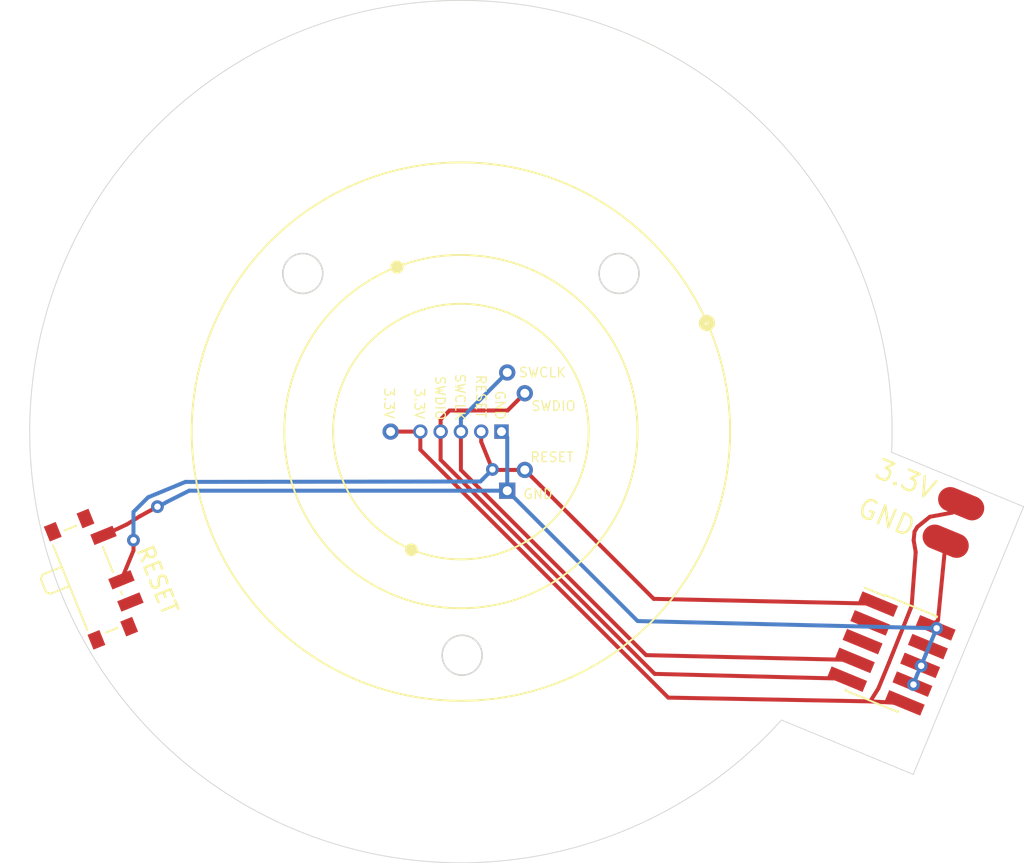
<source format=kicad_pcb>
(kicad_pcb (version 20171130) (host pcbnew "(5.1.9-0-10_14)")

  (general
    (thickness 1.6)
    (drawings 25)
    (tracks 71)
    (zones 0)
    (modules 5)
    (nets 9)
  )

  (page A4)
  (layers
    (0 F.Cu signal)
    (31 B.Cu signal)
    (32 B.Adhes user)
    (33 F.Adhes user)
    (34 B.Paste user)
    (35 F.Paste user)
    (36 B.SilkS user)
    (37 F.SilkS user)
    (38 B.Mask user)
    (39 F.Mask user)
    (40 Dwgs.User user hide)
    (41 Cmts.User user)
    (42 Eco1.User user)
    (43 Eco2.User user)
    (44 Edge.Cuts user)
    (45 Margin user hide)
    (46 B.CrtYd user)
    (47 F.CrtYd user)
    (48 B.Fab user)
    (49 F.Fab user)
  )

  (setup
    (last_trace_width 0.25)
    (trace_clearance 0.2)
    (zone_clearance 0.508)
    (zone_45_only no)
    (trace_min 0.2)
    (via_size 0.8)
    (via_drill 0.4)
    (via_min_size 0.4)
    (via_min_drill 0.3)
    (uvia_size 0.3)
    (uvia_drill 0.1)
    (uvias_allowed no)
    (uvia_min_size 0.2)
    (uvia_min_drill 0.1)
    (edge_width 0.05)
    (segment_width 0.2)
    (pcb_text_width 0.3)
    (pcb_text_size 1.5 1.5)
    (mod_edge_width 0.12)
    (mod_text_size 1 1)
    (mod_text_width 0.15)
    (pad_size 1.524 2.999999)
    (pad_drill 0)
    (pad_to_mask_clearance 0)
    (aux_axis_origin 0 0)
    (visible_elements FFFFFF7F)
    (pcbplotparams
      (layerselection 0x010fc_ffffffff)
      (usegerberextensions false)
      (usegerberattributes true)
      (usegerberadvancedattributes true)
      (creategerberjobfile true)
      (excludeedgelayer true)
      (linewidth 0.100000)
      (plotframeref false)
      (viasonmask false)
      (mode 1)
      (useauxorigin false)
      (hpglpennumber 1)
      (hpglpenspeed 20)
      (hpglpendiameter 15.000000)
      (psnegative false)
      (psa4output false)
      (plotreference true)
      (plotvalue true)
      (plotinvisibletext false)
      (padsonsilk false)
      (subtractmaskfromsilk false)
      (outputformat 1)
      (mirror false)
      (drillshape 1)
      (scaleselection 1)
      (outputdirectory ""))
  )

  (net 0 "")
  (net 1 +3V3)
  (net 2 /SWDIO)
  (net 3 /SWCLK)
  (net 4 /RESET)
  (net 5 GND)
  (net 6 "Net-(SWD1-Pad5)")
  (net 7 "Net-(SWD1-Pad4)")
  (net 8 "Net-(SWD1-Pad3)")

  (net_class Default "This is the default net class."
    (clearance 0.2)
    (trace_width 0.25)
    (via_dia 0.8)
    (via_drill 0.4)
    (uvia_dia 0.3)
    (uvia_drill 0.1)
    (add_net +3V3)
    (add_net /RESET)
    (add_net /SWCLK)
    (add_net /SWDIO)
    (add_net GND)
    (add_net "Net-(SWD1-Pad3)")
    (add_net "Net-(SWD1-Pad4)")
    (add_net "Net-(SWD1-Pad5)")
  )

  (module Connector_PinHeader_1.27mm:PinHeader_2x05_P1.27mm_Vertical_SMD (layer F.Cu) (tedit 59FED6E3) (tstamp 6027BBF9)
    (at 126.9492 113.8936 337.6)
    (descr "surface-mounted straight pin header, 2x05, 1.27mm pitch, double rows")
    (tags "Surface mounted pin header SMD 2x05 1.27mm double row")
    (path /602AB4EE)
    (attr smd)
    (fp_text reference SWD1 (at 0 -4.235 157.6) (layer F.SilkS) hide
      (effects (font (size 1 1) (thickness 0.15)))
    )
    (fp_text value Conn_02x05_Top_Bottom (at 0 4.235 157.6) (layer F.Fab)
      (effects (font (size 1 1) (thickness 0.15)))
    )
    (fp_line (start 4.3 -3.7) (end -4.3 -3.7) (layer F.CrtYd) (width 0.05))
    (fp_line (start 4.3 3.7) (end 4.3 -3.7) (layer F.CrtYd) (width 0.05))
    (fp_line (start -4.3 3.7) (end 4.3 3.7) (layer F.CrtYd) (width 0.05))
    (fp_line (start -4.3 -3.7) (end -4.3 3.7) (layer F.CrtYd) (width 0.05))
    (fp_line (start 1.765 3.17) (end 1.765 3.235) (layer F.SilkS) (width 0.12))
    (fp_line (start -1.765 3.17) (end -1.765 3.235) (layer F.SilkS) (width 0.12))
    (fp_line (start 1.765 -3.235) (end 1.765 -3.17) (layer F.SilkS) (width 0.12))
    (fp_line (start -1.765 -3.235) (end -1.765 -3.17) (layer F.SilkS) (width 0.12))
    (fp_line (start -3.09 -3.17) (end -1.765 -3.17) (layer F.SilkS) (width 0.12))
    (fp_line (start -1.765 3.235) (end 1.765 3.235) (layer F.SilkS) (width 0.12))
    (fp_line (start -1.765 -3.235) (end 1.765 -3.235) (layer F.SilkS) (width 0.12))
    (fp_line (start 2.75 2.74) (end 1.705 2.74) (layer F.Fab) (width 0.1))
    (fp_line (start 2.75 2.34) (end 2.75 2.74) (layer F.Fab) (width 0.1))
    (fp_line (start 1.705 2.34) (end 2.75 2.34) (layer F.Fab) (width 0.1))
    (fp_line (start -2.75 2.74) (end -1.705 2.74) (layer F.Fab) (width 0.1))
    (fp_line (start -2.75 2.34) (end -2.75 2.74) (layer F.Fab) (width 0.1))
    (fp_line (start -1.705 2.34) (end -2.75 2.34) (layer F.Fab) (width 0.1))
    (fp_line (start 2.75 1.47) (end 1.705 1.47) (layer F.Fab) (width 0.1))
    (fp_line (start 2.75 1.07) (end 2.75 1.47) (layer F.Fab) (width 0.1))
    (fp_line (start 1.705 1.07) (end 2.75 1.07) (layer F.Fab) (width 0.1))
    (fp_line (start -2.75 1.47) (end -1.705 1.47) (layer F.Fab) (width 0.1))
    (fp_line (start -2.75 1.07) (end -2.75 1.47) (layer F.Fab) (width 0.1))
    (fp_line (start -1.705 1.07) (end -2.75 1.07) (layer F.Fab) (width 0.1))
    (fp_line (start 2.75 0.2) (end 1.705 0.2) (layer F.Fab) (width 0.1))
    (fp_line (start 2.75 -0.2) (end 2.75 0.2) (layer F.Fab) (width 0.1))
    (fp_line (start 1.705 -0.2) (end 2.75 -0.2) (layer F.Fab) (width 0.1))
    (fp_line (start -2.75 0.2) (end -1.705 0.2) (layer F.Fab) (width 0.1))
    (fp_line (start -2.75 -0.2) (end -2.75 0.2) (layer F.Fab) (width 0.1))
    (fp_line (start -1.705 -0.2) (end -2.75 -0.2) (layer F.Fab) (width 0.1))
    (fp_line (start 2.75 -1.07) (end 1.705 -1.07) (layer F.Fab) (width 0.1))
    (fp_line (start 2.75 -1.47) (end 2.75 -1.07) (layer F.Fab) (width 0.1))
    (fp_line (start 1.705 -1.47) (end 2.75 -1.47) (layer F.Fab) (width 0.1))
    (fp_line (start -2.75 -1.07) (end -1.705 -1.07) (layer F.Fab) (width 0.1))
    (fp_line (start -2.75 -1.47) (end -2.75 -1.07) (layer F.Fab) (width 0.1))
    (fp_line (start -1.705 -1.47) (end -2.75 -1.47) (layer F.Fab) (width 0.1))
    (fp_line (start 2.75 -2.34) (end 1.705 -2.34) (layer F.Fab) (width 0.1))
    (fp_line (start 2.75 -2.74) (end 2.75 -2.34) (layer F.Fab) (width 0.1))
    (fp_line (start 1.705 -2.74) (end 2.75 -2.74) (layer F.Fab) (width 0.1))
    (fp_line (start -2.75 -2.34) (end -1.705 -2.34) (layer F.Fab) (width 0.1))
    (fp_line (start -2.75 -2.74) (end -2.75 -2.34) (layer F.Fab) (width 0.1))
    (fp_line (start -1.705 -2.74) (end -2.75 -2.74) (layer F.Fab) (width 0.1))
    (fp_line (start 1.705 -3.175) (end 1.705 3.175) (layer F.Fab) (width 0.1))
    (fp_line (start -1.705 -2.74) (end -1.27 -3.175) (layer F.Fab) (width 0.1))
    (fp_line (start -1.705 3.175) (end -1.705 -2.74) (layer F.Fab) (width 0.1))
    (fp_line (start -1.27 -3.175) (end 1.705 -3.175) (layer F.Fab) (width 0.1))
    (fp_line (start 1.705 3.175) (end -1.705 3.175) (layer F.Fab) (width 0.1))
    (fp_text user %R (at 0 0 67.6) (layer F.Fab)
      (effects (font (size 1 1) (thickness 0.15)))
    )
    (pad 10 smd rect (at 1.95 2.54 337.6) (size 2.4 0.74) (layers F.Cu F.Paste F.Mask)
      (net 1 +3V3))
    (pad 9 smd rect (at -1.95 2.54 337.6) (size 2.4 0.74) (layers F.Cu F.Paste F.Mask)
      (net 2 /SWDIO))
    (pad 8 smd rect (at 1.95 1.27 337.6) (size 2.4 0.74) (layers F.Cu F.Paste F.Mask)
      (net 5 GND))
    (pad 7 smd rect (at -1.95 1.27 337.6) (size 2.4 0.74) (layers F.Cu F.Paste F.Mask)
      (net 3 /SWCLK))
    (pad 6 smd rect (at 1.95 0 337.6) (size 2.4 0.74) (layers F.Cu F.Paste F.Mask)
      (net 5 GND))
    (pad 5 smd rect (at -1.95 0 337.6) (size 2.4 0.74) (layers F.Cu F.Paste F.Mask)
      (net 6 "Net-(SWD1-Pad5)"))
    (pad 4 smd rect (at 1.95 -1.27 337.6) (size 2.4 0.74) (layers F.Cu F.Paste F.Mask)
      (net 7 "Net-(SWD1-Pad4)"))
    (pad 3 smd rect (at -1.95 -1.27 337.6) (size 2.4 0.74) (layers F.Cu F.Paste F.Mask)
      (net 8 "Net-(SWD1-Pad3)"))
    (pad 2 smd rect (at 1.95 -2.54 337.6) (size 2.4 0.74) (layers F.Cu F.Paste F.Mask)
      (net 5 GND))
    (pad 1 smd rect (at -1.95 -2.54 337.6) (size 2.4 0.74) (layers F.Cu F.Paste F.Mask)
      (net 4 /RESET))
    (model ${KISYS3DMOD}/Connector_PinHeader_1.27mm.3dshapes/PinHeader_2x05_P1.27mm_Vertical_SMD.wrl
      (at (xyz 0 0 0))
      (scale (xyz 1 1 1))
      (rotate (xyz 0 0 0))
    )
  )

  (module Pad_SMD:Pad_SMD_01x02 (layer F.Cu) (tedit 5E31F1E4) (tstamp 6027C65C)
    (at 130.8354 105.6894 247.6)
    (path /6027DF78)
    (fp_text reference JP1 (at 0 -2.54 67.6) (layer F.SilkS) hide
      (effects (font (size 1 1) (thickness 0.15)))
    )
    (fp_text value Conn_01x02_Female (at 0 2.54 67.6) (layer F.Fab) hide
      (effects (font (size 1 1) (thickness 0.15)))
    )
    (pad 1 smd oval (at -1.27 0 247.6) (size 1.524 2.999999) (layers F.Cu F.Paste F.Mask)
      (net 1 +3V3))
    (pad 2 smd oval (at 1.27 0 247.6) (size 1.524 2.999999) (layers F.Cu F.Paste F.Mask)
      (net 5 GND))
  )

  (module earthvenusmars:programmer_pins_v2 (layer F.Cu) (tedit 60274780) (tstamp 602688D7)
    (at 100 100)
    (path /60294536)
    (fp_text reference J2 (at 0.7 0.05) (layer F.SilkS) hide
      (effects (font (size 0.8 0.8) (thickness 0.1)))
    )
    (fp_text value "v2 programmer" (at -3.64 -2.27 180) (layer B.Fab) hide
      (effects (font (size 0.8 0.8) (thickness 0.1)))
    )
    (fp_text user 3.3V (at -4.496 -1.7782 -90 unlocked) (layer F.SilkS)
      (effects (font (size 0.6 0.6) (thickness 0.08)))
    )
    (fp_text user SWDIO (at 5.8 -1.6) (layer F.SilkS)
      (effects (font (size 0.6 0.6) (thickness 0.08)))
    )
    (fp_text user SWCLK (at 5.1 -3.7) (layer F.SilkS)
      (effects (font (size 0.6 0.6) (thickness 0.08)))
    )
    (fp_text user RESET (at 5.7 1.6) (layer F.SilkS)
      (effects (font (size 0.6 0.6) (thickness 0.08)))
    )
    (fp_text user GND (at 4.8258 3.9114) (layer F.SilkS)
      (effects (font (size 0.6 0.6) (thickness 0.08)))
    )
    (pad 5 thru_hole rect (at 2.9 3.7) (size 1.016 1.016) (drill 0.5588) (layers *.Cu *.Mask)
      (net 5 GND))
    (pad 4 thru_hole circle (at 4 2.4) (size 1.016 1.016) (drill 0.5588) (layers *.Cu *.Mask)
      (net 4 /RESET))
    (pad 3 thru_hole circle (at 2.9 -3.7) (size 1.016 1.016) (drill 0.5588) (layers *.Cu *.Mask)
      (net 3 /SWCLK))
    (pad 2 thru_hole circle (at 4 -2.4) (size 1.016 1.016) (drill 0.5588) (layers *.Cu *.Mask)
      (net 2 /SWDIO))
    (pad 1 thru_hole circle (at -4.4 0) (size 1.016 1.016) (drill 0.5588) (layers *.Cu *.Mask)
      (net 1 +3V3))
  )

  (module earthvenusmars:programmer_pins_v1 (layer F.Cu) (tedit 6027477D) (tstamp 602684F1)
    (at 100 100)
    (path /60290B8D)
    (fp_text reference J1 (at 0.25 1.4) (layer F.SilkS) hide
      (effects (font (size 0.762 0.762) (thickness 0.1016)))
    )
    (fp_text value "v1 programmer" (at -2.4386 1.2698 180) (layer F.Fab) hide
      (effects (font (size 0.8 0.8) (thickness 0.1)))
    )
    (fp_text user 3.3V (at -2.6 -1.75 -90 unlocked) (layer F.SilkS)
      (effects (font (size 0.6 0.6) (thickness 0.08)))
    )
    (fp_text user SWDIO (at -1.3 -2.1 -90 unlocked) (layer F.SilkS)
      (effects (font (size 0.6 0.6) (thickness 0.08)))
    )
    (fp_text user SWCLK (at -0.05 -2.15 -90 unlocked) (layer F.SilkS)
      (effects (font (size 0.6 0.6) (thickness 0.08)))
    )
    (fp_text user RESET (at 1.25 -2.2 -90 unlocked) (layer F.SilkS)
      (effects (font (size 0.6 0.6) (thickness 0.08)))
    )
    (fp_text user GND (at 2.45 -1.65 -90 unlocked) (layer F.SilkS)
      (effects (font (size 0.6 0.6) (thickness 0.08)))
    )
    (pad 1 thru_hole circle (at -2.54 0) (size 0.9 0.9) (drill 0.5588) (layers *.Cu *.Mask)
      (net 1 +3V3))
    (pad 2 thru_hole circle (at -1.27 0) (size 0.9 0.9) (drill 0.5588) (layers *.Cu *.Mask)
      (net 2 /SWDIO))
    (pad 3 thru_hole circle (at 0 0) (size 0.9 0.9) (drill 0.5588) (layers *.Cu *.Mask)
      (net 3 /SWCLK))
    (pad 4 thru_hole circle (at 1.27 0) (size 0.9 0.9) (drill 0.5588) (layers *.Cu *.Mask)
      (net 4 /RESET))
    (pad 5 thru_hole rect (at 2.54 0) (size 0.9 0.9) (drill 0.5588) (layers *.Cu *.Mask)
      (net 5 GND))
  )

  (module Button_Switch_SMD:SW_SPDT_PCM12 (layer F.Cu) (tedit 5A02FC95) (tstamp 6026B5DA)
    (at 77.1398 109.1184 292)
    (descr "Ultraminiature Surface Mount Slide Switch, right-angle, https://www.ckswitches.com/media/1424/pcm.pdf")
    (path /602D0474)
    (attr smd)
    (fp_text reference RESET (at 1.614433 -3.511087 112) (layer F.SilkS)
      (effects (font (size 1 1) (thickness 0.15)))
    )
    (fp_text value SW_SPST (at 0 4.25 112) (layer F.Fab)
      (effects (font (size 1 1) (thickness 0.15)))
    )
    (fp_line (start 3.45 0.72) (end 3.45 -0.07) (layer F.SilkS) (width 0.12))
    (fp_line (start -3.45 -0.07) (end -3.45 0.72) (layer F.SilkS) (width 0.12))
    (fp_line (start -1.6 -1.12) (end 0.1 -1.12) (layer F.SilkS) (width 0.12))
    (fp_line (start -2.85 1.73) (end 2.85 1.73) (layer F.SilkS) (width 0.12))
    (fp_line (start -0.1 3.02) (end -0.1 1.73) (layer F.SilkS) (width 0.12))
    (fp_line (start -1.2 3.23) (end -0.3 3.23) (layer F.SilkS) (width 0.12))
    (fp_line (start -1.4 1.73) (end -1.4 3.02) (layer F.SilkS) (width 0.12))
    (fp_line (start -0.1 3.02) (end -0.3 3.23) (layer F.SilkS) (width 0.12))
    (fp_line (start -1.4 3.02) (end -1.2 3.23) (layer F.SilkS) (width 0.12))
    (fp_line (start -4.4 2.1) (end -4.4 -2.45) (layer F.CrtYd) (width 0.05))
    (fp_line (start -1.65 2.1) (end -4.4 2.1) (layer F.CrtYd) (width 0.05))
    (fp_line (start -1.65 3.4) (end -1.65 2.1) (layer F.CrtYd) (width 0.05))
    (fp_line (start 1.65 3.4) (end -1.65 3.4) (layer F.CrtYd) (width 0.05))
    (fp_line (start 1.65 2.1) (end 1.65 3.4) (layer F.CrtYd) (width 0.05))
    (fp_line (start 4.4 2.1) (end 1.65 2.1) (layer F.CrtYd) (width 0.05))
    (fp_line (start 4.4 -2.45) (end 4.4 2.1) (layer F.CrtYd) (width 0.05))
    (fp_line (start -4.4 -2.45) (end 4.4 -2.45) (layer F.CrtYd) (width 0.05))
    (fp_line (start 1.4 -1.12) (end 1.6 -1.12) (layer F.SilkS) (width 0.12))
    (fp_line (start 3.35 -1) (end -3.35 -1) (layer F.Fab) (width 0.1))
    (fp_line (start 3.35 1.6) (end 3.35 -1) (layer F.Fab) (width 0.1))
    (fp_line (start -3.35 1.6) (end 3.35 1.6) (layer F.Fab) (width 0.1))
    (fp_line (start -3.35 -1) (end -3.35 1.6) (layer F.Fab) (width 0.1))
    (fp_line (start -0.1 2.9) (end -0.1 1.6) (layer F.Fab) (width 0.1))
    (fp_line (start -0.15 2.95) (end -0.1 2.9) (layer F.Fab) (width 0.1))
    (fp_line (start -0.35 3.15) (end -0.15 2.95) (layer F.Fab) (width 0.1))
    (fp_line (start -1.2 3.15) (end -0.35 3.15) (layer F.Fab) (width 0.1))
    (fp_line (start -1.4 2.95) (end -1.2 3.15) (layer F.Fab) (width 0.1))
    (fp_line (start -1.4 1.65) (end -1.4 2.95) (layer F.Fab) (width 0.1))
    (fp_text user %R (at 0 -3.2 112) (layer F.Fab) hide
      (effects (font (size 1 1) (thickness 0.15)))
    )
    (pad "" np_thru_hole circle (at -1.5 0.33 292) (size 0.9 0.9) (drill 0.9) (layers *.Cu *.Mask))
    (pad "" np_thru_hole circle (at 1.5 0.33 292) (size 0.9 0.9) (drill 0.9) (layers *.Cu *.Mask))
    (pad 1 smd rect (at -2.25 -1.43 292) (size 0.7 1.5) (layers F.Cu F.Paste F.Mask)
      (net 5 GND))
    (pad 2 smd rect (at 0.75 -1.43 292) (size 0.7 1.5) (layers F.Cu F.Paste F.Mask)
      (net 4 /RESET))
    (pad 3 smd rect (at 2.25 -1.43 292) (size 0.7 1.5) (layers F.Cu F.Paste F.Mask))
    (pad "" smd rect (at -3.65 1.43 292) (size 1 0.8) (layers F.Cu F.Paste F.Mask))
    (pad "" smd rect (at 3.65 1.43 292) (size 1 0.8) (layers F.Cu F.Paste F.Mask))
    (pad "" smd rect (at 3.65 -0.78 292) (size 1 0.8) (layers F.Cu F.Paste F.Mask))
    (pad "" smd rect (at -3.65 -0.78 292) (size 1 0.8) (layers F.Cu F.Paste F.Mask))
    (model ${KISYS3DMOD}/Button_Switch_SMD.3dshapes/SW_SPDT_PCM12.wrl
      (at (xyz 0 0 0))
      (scale (xyz 1 1 1))
      (rotate (xyz 0 0 0))
    )
  )

  (gr_circle (center 115.4 93.2) (end 115.512 93.2) (layer F.SilkS) (width 0.4) (tstamp 60290E1F))
  (gr_circle (center 96 89.7) (end 96.2106 89.7) (layer F.SilkS) (width 0.4) (tstamp 60290E1F))
  (gr_circle (center 96.9 107.4) (end 97.1 107.4) (layer F.SilkS) (width 0.4))
  (gr_circle (center 100 100) (end 116.856113 100) (layer F.SilkS) (width 0.12))
  (gr_circle (center 100 100) (end 111.059976 100) (layer F.SilkS) (width 0.12))
  (gr_circle (center 100 100) (end 108 100) (layer F.SilkS) (width 0.12))
  (gr_text 3.3V (at 127.8382 102.997 -22.4) (layer F.SilkS) (tstamp 60276747)
    (effects (font (size 1.2 1.2) (thickness 0.15)))
  )
  (gr_text GND (at 126.6444 105.3592 -22.4) (layer F.SilkS)
    (effects (font (size 1.2 1.2) (thickness 0.15)))
  )
  (gr_line (start 128.3208 121.4628) (end 135.2296 104.6988) (layer Edge.Cuts) (width 0.05))
  (gr_circle (center 100 100) (end 124 100) (layer Dwgs.User) (width 0.1))
  (gr_line (start 99.949 99.949) (end 157.9372 123.7996) (layer Dwgs.User) (width 0.15))
  (gr_line (start 126.964694 101.294724) (end 135.2296 104.6988) (layer Edge.Cuts) (width 0.05))
  (gr_line (start 120.0658 118.0592) (end 128.3208 121.4628) (layer Edge.Cuts) (width 0.05) (tstamp 6027BF70))
  (gr_arc (start 100 100) (end 120.0658 118.0592) (angle 320.7617956) (layer Edge.Cuts) (width 0.05))
  (gr_circle (center 109.9 90.1) (end 111.15 90.1) (layer Edge.Cuts) (width 0.1) (tstamp 6027B837))
  (gr_circle (center 90.1 90.1) (end 91.35 90.1) (layer Edge.Cuts) (width 0.1) (tstamp 6027B834))
  (gr_circle (center 100.076 114) (end 101.326 114) (layer Edge.Cuts) (width 0.1))
  (gr_circle (center 100 100) (end 107 100) (layer Margin) (width 0.02))
  (gr_line (start 100.254 100) (end 76.2 102.997) (layer Margin) (width 0.15) (tstamp 60274F20))
  (gr_line (start 100 100) (end 81.153 114.681) (layer Margin) (width 0.15) (tstamp 60274F36))
  (gr_line (start 100 100) (end 159.5374 107.2896) (layer Margin) (width 0.15))
  (gr_line (start 100 100) (end 137.1092 128.8288) (layer Margin) (width 0.15))
  (gr_line (start 100 100) (end 90.932 115.57) (layer Margin) (width 0.15))
  (gr_line (start 100 100) (end 120.5738 135.5852) (layer Margin) (width 0.15))
  (gr_circle (center 100 100) (end 120 100) (layer Margin) (width 0.08))

  (segment (start 95.6 100) (end 97.46 100) (width 0.25) (layer F.Cu) (net 1))
  (segment (start 126.1364 116.078) (end 125.6284 116.8908) (width 0.25) (layer F.Cu) (net 1))
  (segment (start 126.7968 114.4778) (end 126.1364 116.078) (width 0.25) (layer F.Cu) (net 1))
  (segment (start 128.2192 110.9218) (end 126.7968 114.4778) (width 0.25) (layer F.Cu) (net 1))
  (segment (start 128.4732 107.5436) (end 128.2192 110.9218) (width 0.25) (layer F.Cu) (net 1))
  (segment (start 128.3462 106.807) (end 128.4732 107.5436) (width 0.25) (layer F.Cu) (net 1))
  (segment (start 128.5748 105.9688) (end 128.397 106.2736) (width 0.25) (layer F.Cu) (net 1))
  (segment (start 129.3622 105.3338) (end 128.5748 105.9688) (width 0.25) (layer F.Cu) (net 1))
  (segment (start 131.319359 104.515227) (end 130.760559 105.074027) (width 0.25) (layer F.Cu) (net 1))
  (segment (start 130.760559 105.074027) (end 129.3622 105.3338) (width 0.25) (layer F.Cu) (net 1))
  (segment (start 128.397 106.2736) (end 128.3462 106.807) (width 0.25) (layer F.Cu) (net 1))
  (segment (start 112.98101 116.654834) (end 97.46 101.133824) (width 0.25) (layer F.Cu) (net 1))
  (segment (start 97.46 101.133824) (end 97.46 100) (width 0.25) (layer F.Cu) (net 1))
  (segment (start 125.6284 116.8908) (end 112.98101 116.654834) (width 0.25) (layer F.Cu) (net 1))
  (segment (start 127.848864 117.011709) (end 125.6284 116.8908) (width 0.25) (layer F.Cu) (net 1))
  (segment (start 98.73 100) (end 98.73 99.237158) (width 0.25) (layer F.Cu) (net 2))
  (segment (start 98.73 99.237158) (end 99.288158 98.679) (width 0.25) (layer F.Cu) (net 2))
  (segment (start 102.921 98.679) (end 104 97.6) (width 0.25) (layer F.Cu) (net 2))
  (segment (start 99.288158 98.679) (end 102.921 98.679) (width 0.25) (layer F.Cu) (net 2))
  (segment (start 112.131247 115.16866) (end 98.73 101.767413) (width 0.25) (layer F.Cu) (net 2))
  (segment (start 98.73 101.767413) (end 98.73 100) (width 0.25) (layer F.Cu) (net 2))
  (segment (start 124.113698 115.472185) (end 112.131247 115.16866) (width 0.25) (layer F.Cu) (net 2))
  (segment (start 100 100) (end 100 102.401002) (width 0.25) (layer F.Cu) (net 3))
  (segment (start 109.086299 111.487301) (end 109.181913 111.582915) (width 0.25) (layer F.Cu) (net 3))
  (segment (start 100 102.401002) (end 109.086299 111.487301) (width 0.25) (layer F.Cu) (net 3))
  (segment (start 111.593484 113.994486) (end 109.086299 111.487301) (width 0.25) (layer F.Cu) (net 3))
  (segment (start 124.597658 114.298011) (end 111.593484 113.994486) (width 0.25) (layer F.Cu) (net 3))
  (segment (start 100 99.2) (end 102.9 96.3) (width 0.25) (layer B.Cu) (net 3))
  (segment (start 100 100) (end 100 99.2) (width 0.25) (layer B.Cu) (net 3))
  (segment (start 103.033604 102.4) (end 104 102.4) (width 0.25) (layer F.Cu) (net 4))
  (via (at 101.97316 102.36984) (size 0.8) (drill 0.4) (layers F.Cu B.Cu) (net 4))
  (segment (start 103.033604 102.4) (end 102.00332 102.4) (width 0.25) (layer F.Cu) (net 4))
  (segment (start 102.00332 102.4) (end 101.97316 102.36984) (width 0.25) (layer F.Cu) (net 4))
  (segment (start 101.346 102.997) (end 101.97316 102.36984) (width 0.25) (layer B.Cu) (net 4))
  (segment (start 82.7532 103.1494) (end 101.219 103.124) (width 0.25) (layer B.Cu) (net 4))
  (segment (start 101.219 103.124) (end 101.346 102.997) (width 0.25) (layer B.Cu) (net 4))
  (segment (start 80.4164 104.1146) (end 82.7532 103.1494) (width 0.25) (layer B.Cu) (net 4))
  (segment (start 79.502 107.442) (end 78.746628 109.2781) (width 0.25) (layer F.Cu) (net 4))
  (segment (start 112.071966 110.471966) (end 104 102.4) (width 0.25) (layer F.Cu) (net 4))
  (segment (start 126.049536 110.775491) (end 112.071966 110.471966) (width 0.25) (layer F.Cu) (net 4))
  (segment (start 101.27 100.636396) (end 101.97316 102.36984) (width 0.25) (layer F.Cu) (net 4))
  (segment (start 101.27 100) (end 101.27 100.636396) (width 0.25) (layer F.Cu) (net 4))
  (via (at 79.5 106.8) (size 0.8) (drill 0.4) (layers F.Cu B.Cu) (net 4))
  (segment (start 79.502 106.802) (end 79.5 106.8) (width 0.25) (layer F.Cu) (net 4))
  (segment (start 79.502 107.442) (end 79.502 106.802) (width 0.25) (layer F.Cu) (net 4))
  (segment (start 79.5 105.031) (end 80.4164 104.1146) (width 0.25) (layer B.Cu) (net 4))
  (segment (start 79.5 106.8) (end 79.5 105.031) (width 0.25) (layer B.Cu) (net 4))
  (segment (start 103.314001 104.114001) (end 102.9 103.7) (width 0.25) (layer B.Cu) (net 5))
  (segment (start 102.9 100.36) (end 102.9 103.7) (width 0.25) (layer B.Cu) (net 5))
  (segment (start 102.54 100) (end 102.9 100.36) (width 0.25) (layer B.Cu) (net 5))
  (segment (start 129.719984 111.95814) (end 129.868841 111.809283) (width 0.25) (layer F.Cu) (net 5))
  (segment (start 129.784702 112.315015) (end 129.61114 111.95814) (width 0.25) (layer F.Cu) (net 5))
  (segment (start 111.0616 111.8616) (end 102.9 103.7) (width 0.25) (layer B.Cu) (net 5))
  (segment (start 129.784702 112.315015) (end 111.0616 111.8616) (width 0.25) (layer B.Cu) (net 5))
  (segment (start 129.868841 111.809283) (end 130.351441 106.863573) (width 0.25) (layer F.Cu) (net 5))
  (segment (start 129.61114 111.95814) (end 129.719984 111.95814) (width 0.25) (layer F.Cu) (net 5))
  (via (at 129.784702 112.315015) (size 0.8) (drill 0.4) (layers F.Cu B.Cu) (net 5))
  (via (at 128.816783 114.663362) (size 0.8) (drill 0.4) (layers F.Cu B.Cu) (net 5))
  (via (at 128.332824 115.837536) (size 0.8) (drill 0.4) (layers F.Cu B.Cu) (net 5))
  (segment (start 128.5748 115.189) (end 128.816783 114.663362) (width 0.25) (layer B.Cu) (net 5))
  (segment (start 128.332824 115.837536) (end 128.5748 115.189) (width 0.25) (layer B.Cu) (net 5))
  (segment (start 129.1082 113.9444) (end 129.784702 112.315015) (width 0.25) (layer B.Cu) (net 5))
  (segment (start 128.816783 114.663362) (end 129.1082 113.9444) (width 0.25) (layer B.Cu) (net 5))
  (via (at 81 104.7) (size 0.8) (drill 0.4) (layers F.Cu B.Cu) (net 5))
  (segment (start 82.99 103.7) (end 102.9 103.7) (width 0.25) (layer B.Cu) (net 5))
  (segment (start 81.6 104.4) (end 82.99 103.7) (width 0.25) (layer B.Cu) (net 5))
  (segment (start 81.42 104.5) (end 81.6 104.4) (width 0.25) (layer B.Cu) (net 5))
  (segment (start 81 104.7) (end 81.42 104.5) (width 0.25) (layer B.Cu) (net 5))
  (segment (start 79.0956 105.8044) (end 77.622808 106.496549) (width 0.25) (layer F.Cu) (net 5))
  (segment (start 79.9 105.3) (end 79.0956 105.8044) (width 0.25) (layer F.Cu) (net 5))
  (segment (start 81 104.7) (end 79.9 105.3) (width 0.25) (layer F.Cu) (net 5))

)

</source>
